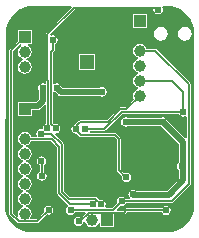
<source format=gbl>
G04*
G04 #@! TF.GenerationSoftware,Altium Limited,Altium Designer,19.1.7 (138)*
G04*
G04 Layer_Physical_Order=2*
G04 Layer_Color=16711680*
%FSLAX44Y44*%
%MOMM*%
G71*
G01*
G75*
%ADD25R,1.2000X1.2000*%
%ADD26C,1.2000*%
%ADD27C,1.0000*%
%ADD28R,1.0000X1.0000*%
%ADD29R,1.0000X1.0000*%
%ADD30C,0.5000*%
%ADD31C,0.1524*%
%ADD32C,0.2032*%
%ADD33C,0.5080*%
%ADD34C,0.1270*%
%ADD36C,0.6096*%
G36*
X1115732Y911528D02*
X1120041Y910221D01*
X1124012Y908098D01*
X1127493Y905242D01*
X1130350Y901761D01*
X1132472Y897790D01*
X1133779Y893481D01*
X1134212Y889087D01*
X1134195Y889000D01*
Y743179D01*
X1134212Y743092D01*
X1133780Y738702D01*
X1132474Y734398D01*
X1130353Y730431D01*
X1127499Y726953D01*
X1124022Y724100D01*
X1120055Y721979D01*
X1115750Y720673D01*
X1111365Y720241D01*
X1111274Y720259D01*
X997931Y720259D01*
X996696Y720259D01*
Y720259D01*
X995462Y720355D01*
X992215Y720675D01*
X987906Y721982D01*
X983935Y724104D01*
X980454Y726961D01*
X977598Y730442D01*
X975475Y734413D01*
X974168Y738722D01*
X973739Y743076D01*
X973762Y743187D01*
X974760Y887732D01*
X974769Y888985D01*
X974769Y889000D01*
X974864Y890230D01*
X975184Y893481D01*
X976491Y897790D01*
X978614Y901761D01*
X981470Y905242D01*
X984951Y908098D01*
X988922Y910221D01*
X993231Y911528D01*
X997625Y911961D01*
X997712Y911943D01*
X1029734D01*
X1030261Y910673D01*
X1008738Y889150D01*
X1008254Y887984D01*
Y849566D01*
X1008738Y848399D01*
X1008944Y848193D01*
Y846828D01*
X1007674Y846149D01*
X1007558Y846227D01*
X1006022Y846532D01*
X1004486Y846227D01*
X1003183Y845356D01*
X1002313Y844054D01*
X1002008Y842518D01*
X1002313Y840982D01*
X1002526Y840664D01*
Y833298D01*
X1000176Y830948D01*
X993060D01*
X992722Y830881D01*
X984711D01*
Y819103D01*
X996489D01*
Y823956D01*
X1001624D01*
X1002962Y824222D01*
X1004096Y824980D01*
X1007674Y828558D01*
X1008944Y828032D01*
Y812051D01*
X1008368Y811937D01*
X1007066Y811066D01*
X1006195Y809764D01*
X1005890Y808228D01*
X1005206Y807544D01*
X1004570Y807670D01*
X1003034Y807365D01*
X1001732Y806494D01*
X1000861Y805192D01*
X1000556Y803656D01*
X1000861Y802120D01*
X1000939Y802004D01*
X1000260Y800734D01*
X996377D01*
X996147Y801890D01*
X994846Y803838D01*
X992898Y805139D01*
X990600Y805596D01*
X988302Y805139D01*
X986354Y803838D01*
X985053Y801890D01*
X984596Y799592D01*
X985053Y797294D01*
X986354Y795346D01*
X988302Y794045D01*
X989083Y793889D01*
Y792595D01*
X988302Y792439D01*
X986354Y791138D01*
X985053Y789190D01*
X984596Y786892D01*
X985053Y784594D01*
X986354Y782646D01*
X988302Y781345D01*
X989083Y781189D01*
Y779895D01*
X988302Y779739D01*
X986354Y778438D01*
X985053Y776490D01*
X984596Y774192D01*
X985053Y771894D01*
X986354Y769946D01*
X988302Y768645D01*
X989083Y768489D01*
Y767195D01*
X988302Y767039D01*
X986354Y765738D01*
X985053Y763790D01*
X984596Y761492D01*
X985053Y759194D01*
X986354Y757246D01*
X988302Y755945D01*
X989083Y755789D01*
Y754495D01*
X988302Y754339D01*
X986354Y753038D01*
X985053Y751090D01*
X984596Y748792D01*
X985053Y746494D01*
X986354Y744546D01*
X988302Y743245D01*
X989083Y743089D01*
Y741795D01*
X988302Y741639D01*
X986354Y740338D01*
X985053Y738390D01*
X984596Y736092D01*
X984981Y734156D01*
X983833Y733508D01*
X980820Y736521D01*
Y873585D01*
X986885Y879650D01*
X987552Y879571D01*
X987868Y878255D01*
X986354Y877244D01*
X985053Y875296D01*
X984596Y872998D01*
X985053Y870700D01*
X986354Y868752D01*
X988302Y867451D01*
X989083Y867295D01*
Y866001D01*
X988302Y865845D01*
X986354Y864544D01*
X985053Y862596D01*
X984596Y860298D01*
X985053Y858000D01*
X986354Y856052D01*
X988302Y854751D01*
X990600Y854294D01*
X992898Y854751D01*
X994846Y856052D01*
X996147Y858000D01*
X996604Y860298D01*
X996147Y862596D01*
X994846Y864544D01*
X992898Y865845D01*
X992117Y866001D01*
Y867295D01*
X992898Y867451D01*
X994846Y868752D01*
X996147Y870700D01*
X996604Y872998D01*
X996147Y875296D01*
X994846Y877244D01*
X992898Y878545D01*
X993055Y879809D01*
X996489D01*
Y891587D01*
X984711D01*
Y882142D01*
X978004Y875434D01*
X977520Y874268D01*
Y735838D01*
X978004Y734672D01*
X984274Y728402D01*
X985440Y727918D01*
X1001348D01*
X1002514Y728402D01*
X1009518Y735405D01*
X1010920Y735126D01*
X1012456Y735431D01*
X1013758Y736302D01*
X1014629Y737604D01*
X1014934Y739140D01*
X1014629Y740676D01*
X1013758Y741978D01*
X1012456Y742849D01*
X1010920Y743154D01*
X1009384Y742849D01*
X1008082Y741978D01*
X1007211Y740676D01*
X1006906Y739140D01*
X1007185Y737738D01*
X1000665Y731218D01*
X995953D01*
X995274Y732488D01*
X996147Y733794D01*
X996604Y736092D01*
X996147Y738390D01*
X994846Y740338D01*
X992898Y741639D01*
X992117Y741795D01*
Y743089D01*
X992898Y743245D01*
X994846Y744546D01*
X996147Y746494D01*
X996604Y748792D01*
X996147Y751090D01*
X994846Y753038D01*
X992898Y754339D01*
X992117Y754495D01*
Y755789D01*
X992898Y755945D01*
X994846Y757246D01*
X996147Y759194D01*
X996604Y761492D01*
X996147Y763790D01*
X994846Y765738D01*
X992898Y767039D01*
X992117Y767195D01*
Y768489D01*
X992898Y768645D01*
X994846Y769946D01*
X996147Y771894D01*
X996604Y774192D01*
X996147Y776490D01*
X994846Y778438D01*
X992898Y779739D01*
X992117Y779895D01*
Y781189D01*
X992898Y781345D01*
X994846Y782646D01*
X996147Y784594D01*
X996604Y786892D01*
X996147Y789190D01*
X994846Y791138D01*
X992898Y792439D01*
X992117Y792595D01*
Y793889D01*
X992898Y794045D01*
X994846Y795346D01*
X996147Y797294D01*
X996175Y797434D01*
X1012777D01*
X1018033Y792178D01*
Y753237D01*
X1018517Y752071D01*
X1027050Y743537D01*
X1027028Y742067D01*
X1026971Y741957D01*
X1026624Y741724D01*
X1025753Y740422D01*
X1025448Y738886D01*
X1025753Y737350D01*
X1026624Y736048D01*
X1027926Y735177D01*
X1029462Y734872D01*
X1030998Y735177D01*
X1032300Y736048D01*
X1033171Y737350D01*
X1033226Y737631D01*
X1041658D01*
X1042144Y736457D01*
X1038472Y732785D01*
X1037856Y733197D01*
X1036320Y733502D01*
X1034784Y733197D01*
X1033482Y732326D01*
X1032611Y731024D01*
X1032306Y729488D01*
X1032611Y727952D01*
X1033482Y726650D01*
X1034784Y725779D01*
X1036320Y725474D01*
X1037856Y725779D01*
X1039158Y726650D01*
X1040029Y727952D01*
X1040223Y728928D01*
X1040692Y729292D01*
X1042091Y728770D01*
X1042203Y728206D01*
X1043504Y726258D01*
X1045452Y724957D01*
X1047750Y724500D01*
X1050048Y724957D01*
X1051996Y726258D01*
X1053297Y728206D01*
X1054561Y728049D01*
Y724615D01*
X1066339D01*
Y735378D01*
X1074848D01*
X1076014Y735862D01*
X1077389Y737236D01*
X1106601D01*
X1107396Y736048D01*
X1108698Y735177D01*
X1110234Y734872D01*
X1111770Y735177D01*
X1113072Y736048D01*
X1113943Y737350D01*
X1114248Y738886D01*
X1113943Y740422D01*
X1113072Y741724D01*
X1111770Y742595D01*
X1110234Y742900D01*
X1108698Y742595D01*
X1107396Y741724D01*
X1106601Y740536D01*
X1076706D01*
X1075540Y740052D01*
X1074165Y738678D01*
X1068854D01*
X1068367Y739851D01*
X1071280Y742763D01*
X1072642Y742492D01*
X1074178Y742797D01*
X1075480Y743668D01*
X1076252Y744823D01*
X1115060D01*
X1115704Y744951D01*
X1116250Y745316D01*
X1130855Y759921D01*
X1131220Y760467D01*
X1131348Y761111D01*
Y845439D01*
X1131220Y846083D01*
X1130855Y846629D01*
X1102280Y875204D01*
X1101734Y875569D01*
X1101090Y875697D01*
X1093805D01*
X1093683Y876312D01*
X1092382Y878260D01*
X1090434Y879561D01*
X1088136Y880018D01*
X1085838Y879561D01*
X1083890Y878260D01*
X1082589Y876312D01*
X1082132Y874014D01*
X1082589Y871716D01*
X1083890Y869768D01*
X1085838Y868467D01*
X1086619Y868311D01*
Y867017D01*
X1085838Y866861D01*
X1083890Y865560D01*
X1082589Y863612D01*
X1082132Y861314D01*
X1082589Y859016D01*
X1083890Y857068D01*
X1085838Y855767D01*
X1086619Y855611D01*
Y854317D01*
X1085838Y854161D01*
X1083890Y852860D01*
X1082589Y850912D01*
X1082132Y848614D01*
X1082589Y846316D01*
X1083890Y844368D01*
X1085838Y843067D01*
X1086619Y842911D01*
Y841617D01*
X1085838Y841461D01*
X1083890Y840160D01*
X1082589Y838212D01*
X1082132Y835914D01*
X1082589Y833616D01*
X1082937Y833095D01*
X1076009Y826167D01*
X1071695D01*
X1071051Y826039D01*
X1070505Y825674D01*
X1060076Y815245D01*
X1053067D01*
X1052428Y815372D01*
X1037750D01*
X1037106Y815244D01*
X1036560Y814879D01*
X1034114Y812433D01*
X1033749Y811887D01*
X1033702Y811653D01*
X1032625Y811439D01*
X1031323Y810569D01*
X1030452Y809267D01*
X1030147Y807730D01*
X1030452Y806194D01*
X1031323Y804892D01*
X1032625Y804022D01*
X1034161Y803716D01*
X1034773Y803838D01*
X1037289Y801323D01*
X1037835Y800958D01*
X1038479Y800830D01*
X1066484D01*
X1068419Y798895D01*
Y772668D01*
X1068547Y772024D01*
X1068912Y771478D01*
X1072837Y767553D01*
X1072692Y766826D01*
X1072997Y765290D01*
X1073868Y763988D01*
X1075170Y763117D01*
X1076706Y762812D01*
X1078242Y763117D01*
X1079544Y763988D01*
X1080415Y765290D01*
X1080720Y766826D01*
X1080415Y768362D01*
X1079544Y769664D01*
X1078242Y770535D01*
X1076706Y770840D01*
X1075170Y770535D01*
X1074838Y770313D01*
X1071785Y773365D01*
Y799592D01*
X1071657Y800236D01*
X1071292Y800782D01*
X1068371Y803703D01*
X1067825Y804068D01*
X1067181Y804196D01*
X1046330D01*
X1045622Y805466D01*
X1045997Y806070D01*
X1058164D01*
X1059330Y806554D01*
X1073325Y820548D01*
X1121333D01*
X1122128Y819360D01*
X1123430Y818489D01*
X1124966Y818184D01*
X1126502Y818489D01*
X1126712Y818629D01*
X1127982Y817951D01*
Y800290D01*
X1126712Y799764D01*
X1111409Y815066D01*
X1111403Y815098D01*
X1110532Y816400D01*
X1109230Y817271D01*
X1107694Y817576D01*
X1106158Y817271D01*
X1105840Y817058D01*
X1078052D01*
X1077734Y817271D01*
X1076198Y817576D01*
X1074662Y817271D01*
X1073360Y816400D01*
X1072489Y815098D01*
X1072184Y813562D01*
X1072489Y812026D01*
X1073360Y810724D01*
X1074662Y809853D01*
X1076198Y809548D01*
X1077734Y809853D01*
X1078052Y810066D01*
X1105840D01*
X1106158Y809853D01*
X1106876Y809711D01*
X1121216Y795371D01*
Y779725D01*
X1120604Y779316D01*
X1119733Y778014D01*
X1119428Y776478D01*
X1119733Y774942D01*
X1120604Y773640D01*
X1121216Y773231D01*
Y765734D01*
X1111072Y755590D01*
X1084528D01*
X1083830Y756057D01*
X1082294Y756362D01*
X1080758Y756057D01*
X1079456Y755186D01*
X1078585Y753884D01*
X1078280Y752348D01*
X1078585Y750812D01*
X1079456Y749510D01*
X1079531Y749459D01*
X1079146Y748189D01*
X1076252D01*
X1075480Y749344D01*
X1074178Y750215D01*
X1072642Y750520D01*
X1071106Y750215D01*
X1069804Y749344D01*
X1068933Y748042D01*
X1068628Y746506D01*
X1068899Y745144D01*
X1064753Y740997D01*
X1059490D01*
X1058812Y742267D01*
X1058952Y742477D01*
X1059257Y744013D01*
X1058952Y745549D01*
X1058081Y746851D01*
X1056779Y747722D01*
X1055243Y748027D01*
X1053841Y747748D01*
X1051630Y749958D01*
X1050464Y750442D01*
X1039346D01*
X1038180Y749958D01*
X1038155Y749934D01*
X1028716D01*
X1023492Y755158D01*
Y795020D01*
X1023008Y796186D01*
X1016110Y803085D01*
X1016735Y804256D01*
X1016889Y804225D01*
X1018425Y804531D01*
X1019727Y805401D01*
X1020598Y806703D01*
X1020903Y808239D01*
X1020598Y809775D01*
X1019727Y811078D01*
X1018425Y811948D01*
X1016889Y812253D01*
X1015487Y811974D01*
X1014402Y813059D01*
Y838752D01*
X1015672Y839360D01*
X1016496Y838809D01*
X1016871Y838735D01*
X1018862Y836744D01*
X1019996Y835986D01*
X1021334Y835720D01*
X1021334Y835720D01*
X1054278D01*
X1054596Y835507D01*
X1056132Y835202D01*
X1057668Y835507D01*
X1058970Y836378D01*
X1059841Y837680D01*
X1060146Y839216D01*
X1059841Y840752D01*
X1058970Y842054D01*
X1057668Y842925D01*
X1056132Y843230D01*
X1054596Y842925D01*
X1054278Y842712D01*
X1022782D01*
X1021815Y843679D01*
X1021741Y844054D01*
X1020870Y845356D01*
X1019568Y846227D01*
X1018032Y846532D01*
X1016496Y846227D01*
X1015672Y845676D01*
X1014402Y846284D01*
Y872624D01*
X1015642Y873864D01*
X1016126Y875030D01*
Y879525D01*
X1017314Y880320D01*
X1018185Y881622D01*
X1018490Y883158D01*
X1018185Y884694D01*
X1017314Y885996D01*
X1016012Y886867D01*
X1014476Y887172D01*
X1012940Y886867D01*
X1012866Y886817D01*
X1012057Y887804D01*
X1033193Y908940D01*
X1099510D01*
X1099616Y908812D01*
X1099921Y907276D01*
X1100792Y905974D01*
X1102094Y905103D01*
X1103630Y904798D01*
X1105166Y905103D01*
X1106468Y905974D01*
X1107339Y907276D01*
X1107644Y908812D01*
X1107339Y910348D01*
X1107121Y910673D01*
X1107800Y911943D01*
X1111251D01*
X1111338Y911961D01*
X1115732Y911528D01*
D02*
G37*
%LPC*%
G36*
X1094025Y905303D02*
X1082247D01*
Y893525D01*
X1094025D01*
Y905303D01*
D02*
G37*
G36*
X1125982Y894448D02*
X1123703Y893995D01*
X1121770Y892704D01*
X1120479Y890771D01*
X1120025Y888492D01*
X1120479Y886213D01*
X1121770Y884280D01*
X1123703Y882989D01*
X1125982Y882535D01*
X1128261Y882989D01*
X1130194Y884280D01*
X1131485Y886213D01*
X1131938Y888492D01*
X1131485Y890771D01*
X1130194Y892704D01*
X1128261Y893995D01*
X1125982Y894448D01*
D02*
G37*
G36*
X1105662D02*
X1103383Y893995D01*
X1101450Y892704D01*
X1100159Y890771D01*
X1099706Y888492D01*
X1100159Y886213D01*
X1101450Y884280D01*
X1103383Y882989D01*
X1105662Y882535D01*
X1107941Y882989D01*
X1109874Y884280D01*
X1111165Y886213D01*
X1111618Y888492D01*
X1111165Y890771D01*
X1109874Y892704D01*
X1107941Y893995D01*
X1105662Y894448D01*
D02*
G37*
G36*
X1050415Y871643D02*
X1036637D01*
Y857865D01*
X1050415D01*
Y871643D01*
D02*
G37*
G36*
X1004824Y784556D02*
X1003288Y784251D01*
X1001986Y783380D01*
X1001115Y782078D01*
X1000810Y780542D01*
X1001115Y779006D01*
X1001986Y777704D01*
X1003288Y776833D01*
X1003301Y776831D01*
Y771390D01*
X1002240Y770680D01*
X1001369Y769378D01*
X1001064Y767842D01*
X1001369Y766306D01*
X1002240Y765004D01*
X1003542Y764133D01*
X1005078Y763828D01*
X1006614Y764133D01*
X1007916Y765004D01*
X1008787Y766306D01*
X1009092Y767842D01*
X1008787Y769378D01*
X1007916Y770680D01*
X1006614Y771551D01*
X1006601Y771553D01*
Y776994D01*
X1007662Y777704D01*
X1008533Y779006D01*
X1008838Y780542D01*
X1008533Y782078D01*
X1007662Y783380D01*
X1006360Y784251D01*
X1004824Y784556D01*
D02*
G37*
%LPD*%
D25*
X1043526Y864754D02*
D03*
D26*
X1023526D02*
D03*
D27*
X1088136Y835914D02*
D03*
Y848614D02*
D03*
Y861314D02*
D03*
Y874014D02*
D03*
Y886714D02*
D03*
X990600Y736092D02*
D03*
Y748792D02*
D03*
Y761492D02*
D03*
Y774192D02*
D03*
Y786892D02*
D03*
Y799592D02*
D03*
Y812292D02*
D03*
Y872998D02*
D03*
Y860298D02*
D03*
Y847598D02*
D03*
X1047750Y730504D02*
D03*
D28*
X1088136Y899414D02*
D03*
X990600Y824992D02*
D03*
Y885698D02*
D03*
D29*
X1060450Y730504D02*
D03*
D30*
X1026216Y764078D02*
D03*
Y775078D02*
D03*
Y786078D02*
D03*
X1037216Y764078D02*
D03*
Y775078D02*
D03*
Y786078D02*
D03*
X1048216Y764078D02*
D03*
Y775078D02*
D03*
Y786078D02*
D03*
D31*
X1082294Y752348D02*
X1082548Y752602D01*
X1072642Y746506D02*
X1115060D01*
X1065450Y739314D02*
X1072642Y746506D01*
X1115060D02*
X1129665Y761111D01*
X1029890Y739314D02*
X1065450D01*
X1075944Y766826D02*
X1076706D01*
X1029462Y738886D02*
X1029890Y739314D01*
X1129665Y761111D02*
Y845439D01*
X1101090Y874014D02*
X1129665Y845439D01*
X1076706Y824484D02*
X1088136Y835914D01*
X1071695Y824484D02*
X1076706D01*
X1060773Y813562D02*
X1071695Y824484D01*
X1052555Y813562D02*
X1060773D01*
X1037750Y813689D02*
X1052428D01*
X1052555Y813562D01*
X1034161Y807730D02*
Y808968D01*
Y806831D02*
Y807730D01*
X1035304Y811243D02*
X1037750Y813689D01*
X1035304Y810110D02*
Y811243D01*
X1034161Y808968D02*
X1035304Y810110D01*
X1038479Y802513D02*
X1067181D01*
X1070102Y799592D01*
Y772668D02*
Y799592D01*
Y772668D02*
X1075944Y766826D01*
X1034161Y806831D02*
X1038479Y802513D01*
X1088136Y874014D02*
X1101090D01*
D32*
X1123442Y776224D02*
Y776478D01*
Y776224D02*
X1123950Y775716D01*
D33*
X1082548Y752094D02*
X1112520D01*
X1124712Y764286D01*
Y796819D01*
X1001624Y827452D02*
X1006022Y831850D01*
X993060Y827452D02*
X1001624D01*
X990600Y824992D02*
X993060Y827452D01*
X1006022Y831850D02*
Y842518D01*
X1018032D02*
X1021334Y839216D01*
X1056132D01*
X1107969Y813562D02*
X1124712Y796819D01*
X1107694Y813562D02*
X1107969D01*
X1076198D02*
X1107694D01*
D34*
X1076706Y738886D02*
X1110234D01*
X1074848Y737028D02*
X1076706Y738886D01*
X1036320Y729488D02*
X1037508D01*
X1010594Y808918D02*
Y848876D01*
X1012753Y812375D02*
Y873307D01*
X1009904Y808228D02*
X1010594Y808918D01*
X1012753Y812375D02*
X1016889Y808239D01*
X1009904Y849566D02*
X1010594Y848876D01*
X1009904Y887984D02*
X1032510Y910590D01*
X1009904Y849566D02*
Y887984D01*
X1012753Y873307D02*
X1014476Y875030D01*
X1045048Y737028D02*
X1074848D01*
X1037508Y729488D02*
X1045048Y737028D01*
X1050464Y748792D02*
X1055243Y744013D01*
X1039346Y748792D02*
X1050464D01*
X1028700Y744220D02*
X1048258D01*
X1021842Y754475D02*
X1028033Y748284D01*
X1019683Y753237D02*
X1028700Y744220D01*
X1028033Y748284D02*
X1038838D01*
X1019683Y753237D02*
Y792861D01*
X1021842Y754475D02*
Y795020D01*
X1013460Y799084D02*
X1019683Y792861D01*
X1013206Y803656D02*
X1021842Y795020D01*
X991108Y799084D02*
X1013460D01*
X1004570Y803656D02*
X1013206D01*
X990600Y799592D02*
X991108Y799084D01*
X1038838Y748284D02*
X1039346Y748792D01*
X1041654Y807720D02*
X1058164D01*
X1072642Y822198D01*
X1124966D01*
X1115568Y848614D02*
X1124966Y839216D01*
Y822198D02*
Y839216D01*
X1088136Y848614D02*
X1115568D01*
X1041654Y807720D02*
X1042162Y807212D01*
X1014476Y875030D02*
Y883158D01*
X1032510Y910590D02*
X1101852D01*
X1103630Y908812D01*
X1001348Y729568D02*
X1010920Y739140D01*
X985440Y729568D02*
X1001348D01*
X979170Y735838D02*
X985440Y729568D01*
X979170Y735838D02*
Y874268D01*
X990600Y885698D01*
X1004951Y767969D02*
X1005078Y767842D01*
X1004951Y767969D02*
Y780415D01*
X1004824Y780542D02*
X1004951Y780415D01*
D36*
X1076706Y797306D02*
D03*
X1013460Y731266D02*
D03*
X1123950Y736600D02*
D03*
X1104900Y723900D02*
D03*
X1092200D02*
D03*
X1066800Y901700D02*
D03*
X1073150Y889000D02*
D03*
X1066800Y876300D02*
D03*
X1073150Y863600D02*
D03*
X1054100Y901700D02*
D03*
X1060450Y889000D02*
D03*
X1054100Y876300D02*
D03*
X1060450Y863600D02*
D03*
X1041400Y901700D02*
D03*
X1047750Y889000D02*
D03*
X1041400Y876300D02*
D03*
X1035050Y889000D02*
D03*
X1028700Y876300D02*
D03*
X1016000Y901700D02*
D03*
X1003300D02*
D03*
Y876300D02*
D03*
Y749300D02*
D03*
X990600Y901700D02*
D03*
X1082294Y752348D02*
D03*
X1036320Y729488D02*
D03*
X1006022Y842518D02*
D03*
X1018032D02*
D03*
X1056132Y839216D02*
D03*
X1072642Y746506D02*
D03*
X1055243Y744013D02*
D03*
X1110234Y738886D02*
D03*
X1048258Y744220D02*
D03*
X1076706Y766826D02*
D03*
X1029462Y738886D02*
D03*
X1123442Y776478D02*
D03*
X1124966Y822198D02*
D03*
X1107694Y813562D02*
D03*
X1076198D02*
D03*
X1016889Y808239D02*
D03*
X1014476Y883158D02*
D03*
X1009904Y808228D02*
D03*
X1103630Y908812D02*
D03*
X1010920Y739140D02*
D03*
X1004570Y803656D02*
D03*
X1041654Y807720D02*
D03*
X1034161Y807730D02*
D03*
X1005078Y767842D02*
D03*
X1004824Y780542D02*
D03*
M02*

</source>
